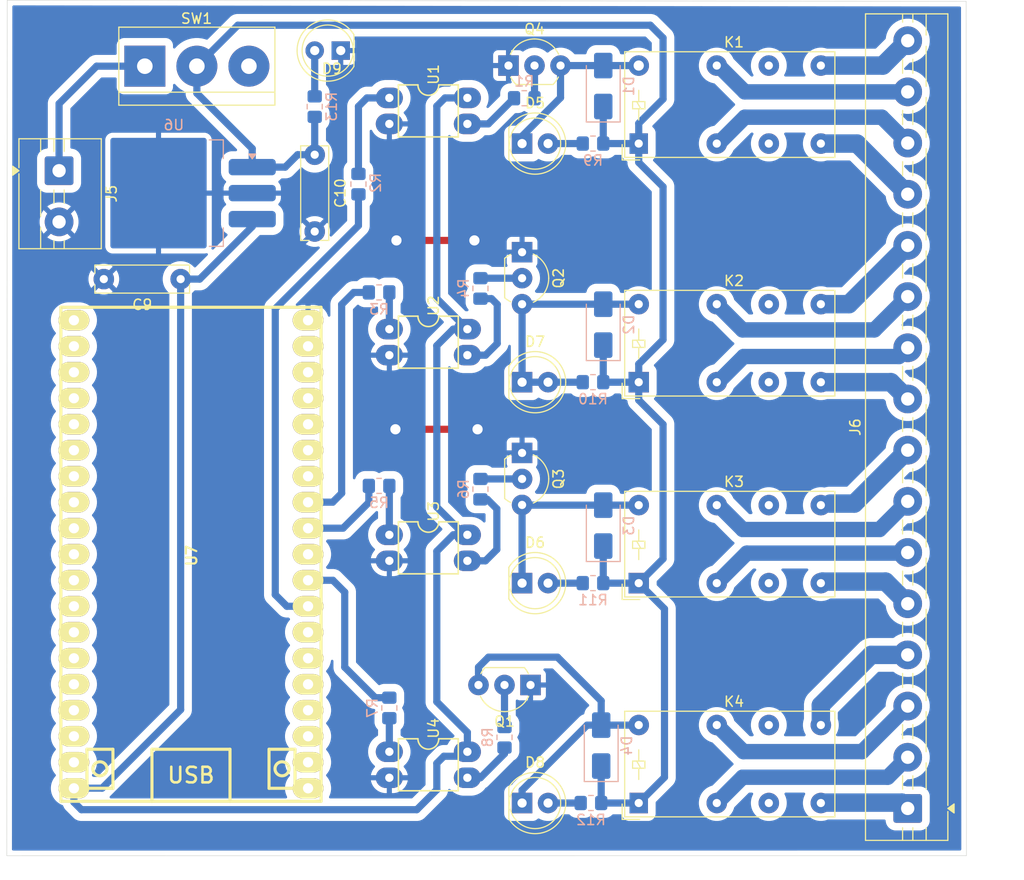
<source format=kicad_pcb>
(kicad_pcb (version 20241229) (generator "pcbnew") (generator_version "9.0")
  (layers (0 "F.Cu" signal) (2 "B.Cu" signal) (13 "F.Paste" user) (15 "B.Paste" user) (5 "F.SilkS" user "F.Silkscreen") (7 "B.SilkS" user "B.Silkscreen") (1 "F.Mask" user) (3 "B.Mask" user) (25 "Edge.Cuts" user))
  (net 0 "")
  (net 1 "GND")
  (net 2 "+5V")
  (net 3 "Net-(D1-A)")
  (net 4 "+12V")
  (net 5 "Net-(D2-A)")
  (net 6 "Net-(D3-A)")
  (net 7 "Net-(D4-A)")
  (net 8 "Net-(D5-A)")
  (net 9 "Net-(D6-A)")
  (net 10 "Net-(D7-A)")
  (net 11 "Net-(D8-A)")
  (net 12 "NC-1")
  (net 13 "NO-1")
  (net 14 "COM-1")
  (net 15 "COM-2")
  (net 16 "NC-2")
  (net 17 "NO-2")
  (net 18 "COM-3")
  (net 19 "NC-3")
  (net 20 "NO-3")
  (net 21 "NO-4")
  (net 22 "COM-4")
  (net 23 "NC-4")
  (net 24 "NO-1.1")
  (net 25 "NC-1.1")
  (net 26 "COM-1.1")
  (net 27 "COM-2.2")
  (net 28 "NO-2.2")
  (net 29 "NC-2.2")
  (net 30 "NO-3.3")
  (net 31 "NC-3.3")
  (net 32 "COM-3.3")
  (net 33 "NC-4.4")
  (net 34 "NO-4.4")
  (net 35 "COM-4.4")
  (net 36 "P19")
  (net 37 "P18")
  (net 38 "Net-(Q1-Pad2)")
  (net 39 "Net-(Q2-Pad2)")
  (net 40 "Net-(Q3-Pad2)")
  (net 41 "Net-(Q4-Pad2)")
  (net 42 "Net-(R1-Pad2)")
  (net 43 "Net-(R2-Pad2)")
  (net 44 "Net-(R3-Pad2)")
  (net 45 "Net-(R4-Pad2)")
  (net 46 "Net-(R5-Pad2)")
  (net 47 "Net-(R6-Pad2)")
  (net 48 "Net-(R7-Pad2)")
  (net 49 "Net-(R8-Pad2)")
  (net 50 "Net-(D9-A)")
  (net 51 "Net-(J1-Pin_2)")
  (net 82 "P16")
  (net 83 "P17")
  (footprint "Relay_THT:Relay_DPDT_Finder_30.22" (layer "F.Cu") (at 154.385 108.39)
    (property "Reference" "K3" (at 9.3 -9.9 0) (layer "F.SilkS"))
    (property "Value" "Relay_DPDT")
    (pad "11" thru_hole circle (at 7.62 0 90) (size 2 2) (drill 0.8) (layers "*.Cu" "*.Mask") (net 18 "COM-3"))
    (pad "12" thru_hole circle (at 12.7 0 90) (size 2 2) (drill 0.8) (layers "*.Cu" "*.Mask") (net 19 "NC-3"))
    (pad "14" thru_hole circle (at 17.78 0 90) (size 2 2) (drill 0.8) (layers "*.Cu" "*.Mask") (net 20 "NO-3"))
    (pad "21" thru_hole circle (at 7.62 -7.62 90) (size 2 2) (drill 0.8) (layers "*.Cu" "*.Mask") (net 32 "COM-3.3"))
    (pad "22" thru_hole circle (at 12.7 -7.62 90) (size 2 2) (drill 0.8) (layers "*.Cu" "*.Mask") (net 31 "NC-3.3"))
    (pad "24" thru_hole circle (at 17.78 -7.62 180) (size 2 2) (drill 0.8) (layers "*.Cu" "*.Mask") (net 30 "NO-3.3"))
    (pad "A1" thru_hole rect (at 0 0 90) (size 2 2) (drill 0.8) (layers "*.Cu" "*.Mask") (net 4 "+12V"))
    (pad "A2" thru_hole circle (at 0 -7.62 90) (size 2 2) (drill 0.8) (layers "*.Cu" "*.Mask") (net 6 "Net-(D3-A)"))
  )
  (footprint "Relay_THT:Relay_DPDT_Finder_30.22" (layer "F.Cu") (at 154.385 88.76)
    (property "Reference" "K2" (at 9.3 -9.9 0) (layer "F.SilkS"))
    (property "Value" "Relay_DPDT")
    (pad "11" thru_hole circle (at 7.62 0 90) (size 2 2) (drill 0.8) (layers "*.Cu" "*.Mask") (net 15 "COM-2"))
    (pad "12" thru_hole circle (at 12.7 0 90) (size 2 2) (drill 0.8) (layers "*.Cu" "*.Mask") (net 16 "NC-2"))
    (pad "14" thru_hole circle (at 17.78 0 90) (size 2 2) (drill 0.8) (layers "*.Cu" "*.Mask") (net 17 "NO-2"))
    (pad "21" thru_hole circle (at 7.62 -7.62 90) (size 2 2) (drill 0.8) (layers "*.Cu" "*.Mask") (net 27 "COM-2.2"))
    (pad "22" thru_hole circle (at 12.7 -7.62 90) (size 2 2) (drill 0.8) (layers "*.Cu" "*.Mask") (net 29 "NC-2.2"))
    (pad "24" thru_hole circle (at 17.78 -7.62 180) (size 2 2) (drill 0.8) (layers "*.Cu" "*.Mask") (net 28 "NO-2.2"))
    (pad "A1" thru_hole rect (at 0 0 90) (size 2 2) (drill 0.8) (layers "*.Cu" "*.Mask") (net 4 "+12V"))
    (pad "A2" thru_hole circle (at 0 -7.62 90) (size 2 2) (drill 0.8) (layers "*.Cu" "*.Mask") (net 5 "Net-(D2-A)"))
  )
  (footprint "LED_THT:LED_D5.0mm" (layer "F.Cu") (at 142.995 129.87)
    (property "Reference" "D8" (at 1.27 -3.96 0) (layer "F.SilkS"))
    (property "Value" "LED")
    (pad "1" thru_hole rect (at 0 0) (size 2 2) (drill 0.9) (layers "*.Cu" "*.Mask") (net 7 "Net-(D4-A)"))
    (pad "2" thru_hole circle (at 2.54 0) (size 2 2) (drill 0.9) (layers "*.Cu" "*.Mask" "Dwgs.User") (net 11 "Net-(D8-A)"))
  )
  (footprint "TerminalBlock:TerminalBlock_MaiXu_MX126-5.0-16P_1x16_P5.00mm" (layer "F.Cu") (at 180.645 130.4 90)
    (property "Reference" "J6" (at 37.25 -5.12 90) (layer "F.SilkS"))
    (property "Value" "Screw_Terminal_01x16" (hide yes))
    (pad "1" thru_hole roundrect (at 0 0 90) (size 2.8 2.8) (drill 1.3) (layers "*.Cu" "*.Mask") (roundrect_rratio 0.089286) (net 21 "NO-4"))
    (pad "2" thru_hole circle (at 5 0 90) (size 2.8 2.8) (drill 1.3) (layers "*.Cu" "*.Mask") (net 22 "COM-4"))
    (pad "3" thru_hole circle (at 10 0 90) (size 2.8 2.8) (drill 1.3) (layers "*.Cu" "*.Mask") (net 35 "COM-4.4"))
    (pad "4" thru_hole circle (at 15 0 90) (size 2.8 2.8) (drill 1.3) (layers "*.Cu" "*.Mask") (net 34 "NO-4.4"))
    (pad "5" thru_hole circle (at 20 0 90) (size 2.8 2.8) (drill 1.3) (layers "*.Cu" "*.Mask") (net 20 "NO-3"))
    (pad "6" thru_hole circle (at 25 0 90) (size 2.8 2.8) (drill 1.3) (layers "*.Cu" "*.Mask") (net 18 "COM-3"))
    (pad "7" thru_hole circle (at 30 0 90) (size 2.8 2.8) (drill 1.3) (layers "*.Cu" "*.Mask") (net 32 "COM-3.3"))
    (pad "8" thru_hole circle (at 35 0 90) (size 2.8 2.8) (drill 1.3) (layers "*.Cu" "*.Mask") (net 30 "NO-3.3"))
    (pad "9" thru_hole circle (at 40 0 90) (size 2.8 2.8) (drill 1.3) (layers "*.Cu" "*.Mask") (net 17 "NO-2"))
    (pad "10" thru_hole circle (at 45 0 90) (size 2.8 2.8) (drill 1.3) (layers "*.Cu" "*.Mask") (net 15 "COM-2"))
    (pad "11" thru_hole circle (at 50 0 90) (size 2.8 2.8) (drill 1.3) (layers "*.Cu" "*.Mask") (net 27 "COM-2.2"))
    (pad "12" thru_hole circle (at 55 0 90) (size 2.8 2.8) (drill 1.3) (layers "*.Cu" "*.Mask") (net 28 "NO-2.2"))
    (pad "13" thru_hole circle (at 60 0 90) (size 2.8 2.8) (drill 1.3) (layers "*.Cu" "*.Mask") (net 13 "NO-1"))
    (pad "14" thru_hole circle (at 65 0 90) (size 2.8 2.8) (drill 1.3) (layers "*.Cu" "*.Mask") (net 14 "COM-1"))
    (pad "15" thru_hole circle (at 70 0 90) (size 2.8 2.8) (drill 1.3) (layers "*.Cu" "*.Mask") (net 26 "COM-1.1"))
    (pad "16" thru_hole circle (at 75 0 90) (size 2.8 2.8) (drill 1.3) (layers "*.Cu" "*.Mask") (net 24 "NO-1.1"))
  )
  (footprint "Package_TO_SOT_THT:TO-92L_Inline_Wide" (layer "F.Cu") (at 143.82 118.34 180)
    (property "Reference" "Q1" (at 2.54 -3.56 0) (layer "F.SilkS"))
    (property "Value" "2N2222")
    (pad "1" thru_hole rect (at 0 0 180) (size 2 2) (drill 0.8) (layers "*.Cu" "*.Mask") (net 1 "GND"))
    (pad "2" thru_hole circle (at 2.54 0 180) (size 2 2) (drill 0.8) (layers "*.Cu" "*.Mask") (net 38 "Net-(Q1-Pad2)"))
    (pad "3" thru_hole circle (at 5.08 0 180) (size 2 2) (drill 0.8) (layers "*.Cu" "*.Mask") (net 7 "Net-(D4-A)"))
  )
  (footprint "LED_THT:LED_D5.0mm" (layer "F.Cu") (at 142.995 108.39)
    (property "Reference" "D6" (at 1.27 -3.96 0) (layer "F.SilkS"))
    (property "Value" "LED")
    (pad "1" thru_hole rect (at 0 0) (size 2 2) (drill 0.9) (layers "*.Cu" "*.Mask") (net 6 "Net-(D3-A)"))
    (pad "2" thru_hole circle (at 2.54 0) (size 2 2) (drill 0.9) (layers "*.Cu" "*.Mask") (net 9 "Net-(D6-A)"))
  )
  (footprint "Capacitor_THT:C_Rect_L9.0mm_W2.5mm_P7.50mm_MKT" (layer "F.Cu") (at 109.66 78.69 180)
    (property "Reference" "C9" (at 3.75 -2.5 0) (layer "F.SilkS"))
    (property "Value" "0.1uf")
    (pad "1" thru_hole circle (at 0 0 180) (size 2 2) (drill 0.8) (layers "*.Cu" "*.Mask") (net 2 "+5V"))
    (pad "2" thru_hole circle (at 7.5 0 180) (size 2 2) (drill 0.8) (layers "*.Cu" "*.Mask") (net 1 "GND"))
  )
  (footprint "LED_THT:LED_D5.0mm" (layer "F.Cu") (at 142.995 65.45)
    (property "Reference" "D5" (at 1.27 -3.96 0) (layer "F.SilkS"))
    (property "Value" "LED")
    (pad "1" thru_hole rect (at 0 0) (size 2 2) (drill 0.9) (layers "*.Cu" "*.Mask") (net 3 "Net-(D1-A)"))
    (pad "2" thru_hole circle (at 2.54 0) (size 2 2) (drill 0.9) (layers "*.Cu" "*.Mask") (net 8 "Net-(D5-A)"))
  )
  (footprint "Relay_THT:Relay_DPDT_Finder_30.22" (layer "F.Cu") (at 154.385 129.87)
    (property "Reference" "K4" (at 9.3 -9.9 0) (layer "F.SilkS"))
    (property "Value" "Relay_DPDT")
    (pad "11" thru_hole circle (at 7.62 0 90) (size 2 2) (drill 0.8) (layers "*.Cu" "*.Mask") (net 22 "COM-4"))
    (pad "12" thru_hole circle (at 12.7 0 90) (size 2 2) (drill 0.8) (layers "*.Cu" "*.Mask") (net 23 "NC-4"))
    (pad "14" thru_hole circle (at 17.78 0 90) (size 2 2) (drill 0.8) (layers "*.Cu" "*.Mask") (net 21 "NO-4"))
    (pad "21" thru_hole circle (at 7.62 -7.62 90) (size 2 2) (drill 0.8) (layers "*.Cu" "*.Mask") (net 35 "COM-4.4"))
    (pad "22" thru_hole circle (at 12.7 -7.62 90) (size 2 2) (drill 0.8) (layers "*.Cu" "*.Mask") (net 33 "NC-4.4"))
    (pad "24" thru_hole circle (at 17.78 -7.62 180) (size 2 2) (drill 0.8) (layers "*.Cu" "*.Mask") (net 34 "NO-4.4"))
    (pad "A1" thru_hole rect (at 0 0 90) (size 2 1.8) (drill 0.8) (layers "*.Cu" "*.Mask") (net 4 "+12V"))
    (pad "A2" thru_hole circle (at 0 -7.62 90) (size 2 2) (drill 0.8) (layers "*.Cu" "*.Mask") (net 7 "Net-(D4-A)"))
  )
  (footprint "Package_TO_SOT_THT:TO-92_Inline_Wide" (layer "F.Cu") (at 141.67 57.83)
    (property "Reference" "Q4" (at 2.54 -3.56 0) (layer "F.SilkS"))
    (property "Value" "2N2222")
    (pad "1" thru_hole rect (at 0 0) (size 2 2) (drill 0.8) (layers "*.Cu" "*.Mask") (net 1 "GND"))
    (pad "2" thru_hole circle (at 2.54 0) (size 2 2) (drill 0.8) (layers "*.Cu" "*.Mask") (net 41 "Net-(Q4-Pad2)"))
    (pad "3" thru_hole circle (at 5.08 0) (size 2 2) (drill 0.8) (layers "*.Cu" "*.Mask") (net 3 "Net-(D1-A)"))
  )
  (footprint "PC817:DIL04" (layer "F.Cu") (at 133.845 84.85 -90)
    (property "Reference" "U2" (at -3.561905 -0.508845 90) (layer "F.SilkS") (effects (font (size 1.001661 1.001661))))
    (property "Value" "PC817")
    (pad "1" thru_hole oval (at -1.27 3.81 270) (size 2 2.6416) (drill 0.8128) (layers "*.Cu" "*.Mask") (net 44 "Net-(R3-Pad2)"))
    (pad "2" thru_hole oval (at 1.27 3.81 270) (size 2 2.6416) (drill 0.8128) (layers "*.Cu" "*.Mask") (net 1 "GND"))
    (pad "3" thru_hole oval (at 1.27 -3.81 270) (size 2 2.6416) (drill 0.8128) (layers "*.Cu" "*.Mask") (net 45 "Net-(R4-Pad2)"))
    (pad "4" thru_hole oval (at -1.27 -3.81 270) (size 2 2.6416) (drill 0.8128) (layers "*.Cu" "*.Mask") (net 2 "+5V"))
  )
  (footprint "LED_THT:LED_D5.0mm" (layer "F.Cu") (at 125.29 56.365 180)
    (property "Reference" "D9" (at 0.87 -1.77 0) (layer "F.SilkS"))
    (property "Value" "LED")
    (pad "1" thru_hole rect (at 0 0 180) (size 1.8 1.8) (drill 0.9) (layers "*.Cu" "*.Mask") (net 1 "GND"))
    (pad "2" thru_hole circle (at 2.54 0 180) (size 1.8 1.8) (drill 0.9) (layers "*.Cu" "*.Mask") (net 50 "Net-(D9-A)"))
  )
  (footprint "PC817:DIL04" (layer "F.Cu") (at 133.845 62.26 -90)
    (property "Reference" "U1" (at -3.561905 -0.508845 90) (layer "F.SilkS") (effects (font (size 1.001661 1.001661))))
    (property "Value" "PC817")
    (pad "1" thru_hole oval (at -1.27 3.81 270) (size 2 2.6416) (drill 0.8128) (layers "*.Cu" "*.Mask") (net 43 "Net-(R2-Pad2)"))
    (pad "2" thru_hole oval (at 1.27 3.81 270) (size 2 2.6416) (drill 0.8128) (layers "*.Cu" "*.Mask") (net 1 "GND"))
    (pad "3" thru_hole oval (at 1.27 -3.81 270) (size 2 2.6416) (drill 0.8128) (layers "*.Cu" "*.Mask") (net 42 "Net-(R1-Pad2)"))
    (pad "4" thru_hole oval (at -1.27 -3.81 270) (size 2 2.6416) (drill 0.8128) (layers "*.Cu" "*.Mask") (net 2 "+5V"))
  )
  (footprint "Package_TO_SOT_THT:TO-92L_Inline_Wide" (layer "F.Cu") (at 142.995 76.06 -90)
    (property "Reference" "Q2" (at 2.54 -3.56 90) (layer "F.SilkS"))
    (property "Value" "2N2222")
    (pad "1" thru_hole rect (at 0 0 270) (size 2 2) (drill 0.8) (layers "*.Cu" "*.Mask") (net 1 "GND"))
    (pad "2" thru_hole circle (at 2.54 0 270) (size 2 2) (drill 0.8) (layers "*.Cu" "*.Mask") (net 39 "Net-(Q2-Pad2)"))
    (pad "3" thru_hole circle (at 5.08 0 270) (size 2 2) (drill 0.8) (layers "*.Cu" "*.Mask") (net 5 "Net-(D2-A)"))
  )
  (footprint "TerminalBlock:TerminalBlock_bornier-3_P5.08mm" (layer "F.Cu") (at 106.165 57.89)
    (property "Reference" "SW1" (at 5.05 -4.65 0) (layer "F.SilkS"))
    (property "Value" "SW_DPST_x2" (hide yes))
    (pad "1" thru_hole rect (at 0 0) (size 4 4) (drill 1.52) (layers "*.Cu" "*.Mask") (net 51 "Net-(J1-Pin_2)"))
    (pad "2" thru_hole circle (at 5.08 0) (size 4 4) (drill 1.52) (layers "*.Cu" "*.Mask") (net 4 "+12V"))
    (pad "3" thru_hole circle (at 10.16 0) (size 4 4) (drill 1.52) (layers "*.Cu" "*.Mask"))
  )
  (footprint "Package_TO_SOT_THT:TO-92L_Inline_Wide" (layer "F.Cu") (at 142.995 95.67 -90)
    (property "Reference" "Q3" (at 2.54 -3.56 90) (layer "F.SilkS"))
    (property "Value" "2N2222")
    (pad "1" thru_hole rect (at 0 0 270) (size 2 2) (drill 0.8) (layers "*.Cu" "*.Mask") (net 1 "GND"))
    (pad "2" thru_hole circle (at 2.54 0 270) (size 2 2) (drill 0.8) (layers "*.Cu" "*.Mask") (net 40 "Net-(Q3-Pad2)"))
    (pad "3" thru_hole circle (at 5.08 0 270) (size 2 2) (drill 0.8) (layers "*.Cu" "*.Mask") (net 6 "Net-(D3-A)"))
  )
  (footprint "Capacitor_THT:C_Rect_L9.0mm_W2.5mm_P7.50mm_MKT" (layer "F.Cu") (at 122.75 66.54 -90)
    (property "Reference" "C10" (at 3.75 -2.5 90) (layer "F.SilkS"))
    (property "Value" "0.22uf")
    (pad "1" thru_hole circle (at 0 0 270) (size 2 2) (drill 0.8) (layers "*.Cu" "*.Mask") (net 4 "+12V"))
    (pad "2" thru_hole circle (at 7.5 0 270) (size 2 2) (drill 0.8) (layers "*.Cu" "*.Mask") (net 1 "GND"))
  )
  (footprint "LED_THT:LED_D5.0mm" (layer "F.Cu") (at 142.995 88.76)
    (property "Reference" "D7" (at 1.27 -3.96 0) (layer "F.SilkS"))
    (property "Value" "LED")
    (pad "1" thru_hole rect (at 0 0) (size 2 2) (drill 0.9) (layers "*.Cu" "*.Mask") (net 5 "Net-(D2-A)"))
    (pad "2" thru_hole circle (at 2.54 0) (size 2 2) (drill 0.9) (layers "*.Cu" "*.Mask") (net 10 "Net-(D7-A)"))
  )
  (footprint "TerminalBlock:TerminalBlock_MaiXu_MX126-5.0-02P_1x02_P5.00mm" (layer "F.Cu") (at 97.7925 68.1 -90)
    (property "Reference" "J5" (at 2.25 -5.12 90) (layer "F.SilkS"))
    (property "Value" "entrada")
    (pad "1" thru_hole roundrect (at 0 0 270) (size 2.8 2.8) (drill 1.3) (layers "*.Cu" "*.Mask") (roundrect_rratio 0.089286) (net 51 "Net-(J1-Pin_2)"))
    (pad "2" thru_hole circle (at 5 0 270) (size 2.8 2.8) (drill 1.3) (layers "*.Cu" "*.Mask") (net 1 "GND"))
  )
  (footprint "PC817:DIL04" (layer "F.Cu") (at 133.845 126.1325 -90)
    (property "Reference" "U4" (at -3.561905 -0.508845 90) (layer "F.SilkS") (effects (font (size 1.001661 1.001661))))
    (property "Value" "PC817")
    (pad "1" thru_hole oval (at -1.27 3.81 270) (size 2 2.6416) (drill 0.8128) (layers "*.Cu" "*.Mask") (net 48 "Net-(R7-Pad2)"))
    (pad "2" thru_hole oval (at 1.27 3.81 270) (size 2 2.6416) (drill 0.8128) (layers "*.Cu" "*.Mask") (net 1 "GND"))
    (pad "3" thru_hole oval (at 1.27 -3.81 270) (size 2 2.6416) (drill 0.8128) (layers "*.Cu" "*.Mask") (net 49 "Net-(R8-Pad2)"))
    (pad "4" thru_hole oval (at -1.27 -3.81 270) (size 2 2.6416) (drill 0.8128) (layers "*.Cu" "*.Mask") (net 2 "+5V"))
  )
  (footprint "PC817:DIL04" (layer "F.Cu") (at 133.845 104.94 -90)
    (property "Reference" "U3" (at -3.561905 -0.508845 90) (layer "F.SilkS") (effects (font (size 1.001661 1.001661))))
    (property "Value" "PC817")
    (pad "1" thru_hole oval (at -1.27 3.81 270) (size 2 2.6416) (drill 0.8128) (layers "*.Cu" "*.Mask") (net 46 "Net-(R5-Pad2)"))
    (pad "2" thru_hole oval (at 1.27 3.81 270) (size 2 2.6416) (drill 0.8128) (layers "*.Cu" "*.Mask") (net 1 "GND"))
    (pad "3" thru_hole oval (at 1.27 -3.81 270) (size 2 2.6416) (drill 0.8128) (layers "*.Cu" "*.Mask") (net 47 "Net-(R6-Pad2)"))
    (pad "4" thru_hole oval (at -1.27 -3.81 270) (size 2 2.6416) (drill 0.8128) (layers "*.Cu" "*.Mask") (net 2 "+5V"))
  )
  (footprint "EESTN5:ESP32S" (layer "F.Cu") (at 110.67 105.57 -90)
    (property "Reference" "U7" (at 0.127 -0.0635 90) (layer "F.SilkS") (effects (font (size 1.016 1.016) (thickness 0.2032))))
    (property "Value" "ESP32_DEVKITC" (hide yes))
    (fp_text user "USB" (at 21.59 0 0) (layer "F.SilkS") (effects (font (size 1.524 1.524) (thickness 0.254))))
    (pad "1" thru_hole oval (at -22.86 11.43 270) (size 2 3) (drill 1) (layers "*.Cu" "*.Mask" "F.SilkS"))
    (pad "2" thru_hole oval (at -20.32 11.43 270) (size 2 3) (drill 1) (layers "*.Cu" "*.Mask" "F.SilkS"))
    (pad "3" thru_hole oval (at -17.78 11.43 270) (size 2 3) (drill 1) (layers "*.Cu" "*.Mask" "F.SilkS"))
    (pad "4" thru_hole oval (at -15.24 11.43 270) (size 2 3) (drill 1) (layers "*.Cu" "*.Mask" "F.SilkS"))
    (pad "5" thru_hole oval (at -12.7 11.43 270) (size 2 3) (drill 1) (layers "*.Cu" "*.Mask" "F.SilkS"))
    (pad "6" thru_hole oval (at -10.16 11.43 270) (size 2 3) (drill 1) (layers "*.Cu" "*.Mask" "F.SilkS"))
    (pad "7" thru_hole oval (at -7.62 11.43 270) (size 2 3) (drill 1) (layers "*.Cu" "*.Mask" "F.SilkS"))
    (pad "8" thru_hole oval (at -5.08 11.43 270) (size 2 3) (drill 1) (layers "*.Cu" "*.Mask" "F.SilkS"))
    (pad "9" thru_hole oval (at -2.54 11.43 270) (size 2 3) (drill 1) (layers "*.Cu" "*.Mask" "F.SilkS"))
    (pad "10" thru_hole oval (at 0 11.43 270) (size 2 3) (drill 1) (layers "*.Cu" "*.Mask" "F.SilkS"))
    (pad "11" thru_hole oval (at 2.54 11.43 270) (size 2 3) (drill 1) (layers "*.Cu" "*.Mask" "F.SilkS"))
    (pad "12" thru_hole oval (at 5.08 11.43 270) (size 2 3) (drill 1) (layers "*.Cu" "*.Mask" "F.SilkS"))
    (pad "13" thru_hole oval (at 7.62 11.43 270) (size 2 3) (drill 1) (layers "*.Cu" "*.Mask" "F.SilkS"))
    (pad "14" thru_hole oval (at 10.16 11.43 270) (size 2 3) (drill 1) (layers "*.Cu" "*.Mask" "F.SilkS"))
    (pad "15" thru_hole oval (at 12.7 11.43 270) (size 2 3) (drill 1) (layers "*.Cu" "*.Mask" "F.SilkS"))
    (pad "16" thru_hole oval (at 15.24 11.43 270) (size 2 3) (drill 1) (layers "*.Cu" "*.Mask" "F.SilkS"))
    (pad "17" thru_hole oval (at 17.78 11.43 270) (size 2 3) (drill 1) (layers "*.Cu" "*.Mask" "F.SilkS"))
    (pad "18" thru_hole oval (at 20.32 11.43 270) (size 2 3) (drill 1) (layers "*.Cu" "*.Mask" "F.SilkS"))
    (pad "19" thru_hole oval (at 22.86 11.43 270) (size 2 3) (drill 1) (layers "*.Cu" "*.Mask" "F.SilkS") (net 2 "+5V"))
    (pad "20" thru_hole oval (at 22.86 -11.43 90) (size 2 3) (drill 1) (layers "*.Cu" "*.Mask" "F.SilkS"))
    (pad "21" thru_hole oval (at 20.32 -11.43 90) (size 2 3) (drill 1) (layers "*.Cu" "*.Mask" "F.SilkS"))
    (pad "22" thru_hole oval (at 17.78 -11.43 90) (size 2 3) (drill 1) (layers "*.Cu" "*.Mask" "F.SilkS"))
    (pad "23" thru_hole oval (at 15.24 -11.43 90) (size 2 3) (drill 1) (layers "*.Cu" "*.Mask" "F.SilkS"))
    (pad "24" thru_hole oval (at 12.7 -11.43 90) (size 2 3) (drill 1) (layers "*.Cu" "*.Mask" "F.SilkS"))
    (pad "25" thru_hole oval (at 10.16 -11.43 90) (size 2 3) (drill 1) (layers "*.Cu" "*.Mask" "F.SilkS"))
    (pad "26" thru_hole oval (at 7.62 -11.43 90) (size 2 3) (drill 1) (layers "*.Cu" "*.Mask" "F.SilkS"))
    (pad "27" thru_hole oval (at 5.08 -11.43 90) (size 2 3) (drill 1) (layers "*.Cu" "*.Mask" "F.SilkS") (net 82 "P16"))
    (pad "28" thru_hole oval (at 2.54 -11.43 90) (size 2 3) (drill 1) (layers "*.Cu" "*.Mask" "F.SilkS") (net 83 "P17"))
    (pad "29" thru_hole oval (at 0 -11.43 90) (size 2 3) (drill 1) (layers "*.Cu" "*.Mask" "F.SilkS"))
    (pad "30" thru_hole oval (at -2.54 -11.43 90) (size 2 3) (drill 1) (layers "*.Cu" "*.Mask" "F.SilkS") (net 37 "P18"))
    (pad "31" thru_hole oval (at -5.08 -11.43 90) (size 2 3) (drill 1) (layers "*.Cu" "*.Mask" "F.SilkS") (net 36 "P19"))
    (pad "32" thru_hole oval (at -7.62 -11.43 90) (size 2 3) (drill 1) (layers "*.Cu" "*.Mask" "F.SilkS"))
    (pad "33" thru_hole oval (at -10.16 -11.43 90) (size 2 3) (drill 1) (layers "*.Cu" "*.Mask" "F.SilkS"))
    (pad "34" thru_hole oval (at -12.7 -11.43 90) (size 2 3) (drill 1) (layers "*.Cu" "*.Mask" "F.SilkS"))
    (pad "35" thru_hole oval (at -15.24 -11.43 90) (size 2 3) (drill 1) (layers "*.Cu" "*.Mask" "F.SilkS"))
    (pad "36" thru_hole oval (at -17.78 -11.43 90) (size 2 3) (drill 1) (layers "*.Cu" "*.Mask" "F.SilkS"))
    (pad "37" thru_hole oval (at -20.32 -11.43 90) (size 2 3) (drill 1) (layers "*.Cu" "*.Mask" "F.SilkS"))
    (pad "38" thru_hole oval (at -22.86 -11.43 90) (size 2 3) (drill 1) (layers "*.Cu" "*.Mask" "F.SilkS") (net 1 "GND"))
  )
  (footprint "Relay_THT:Relay_DPDT_Finder_30.22" (layer "F.Cu") (at 154.385 65.45)
    (property "Reference" "K1" (at 9.3 -9.9 0) (layer "F.SilkS"))
    (property "Value" "Relay_DPDT")
    (pad "11" thru_hole circle (at 7.62 0 90) (size 2 2) (drill 0.8) (layers "*.Cu" "*.Mask") (net 14 "COM-1"))
    (pad "12" thru_hole circle (at 12.7 0 90) (size 2 2) (drill 0.8) (layers "*.Cu" "*.Mask") (net 12 "NC-1"))
    (pad "14" thru_hole circle (at 17.78 0 90) (size 2 2) (drill 0.8) (layers "*.Cu" "*.Mask") (net 13 "NO-1"))
    (pad "21" thru_hole circle (at 7.62 -7.62 90) (size 2 2) (drill 0.8) (layers "*.Cu" "*.Mask") (net 26 "COM-1.1"))
    (pad "22" thru_hole circle (at 12.7 -7.62 90) (size 2 2) (drill 0.8) (layers "*.Cu" "*.Mask") (net 25 "NC-1.1"))
    (pad "24" thru_hole circle (at 17.78 -7.62 180) (size 2 2) (drill 0.8) (layers "*.Cu" "*.Mask") (net 24 "NO-1.1"))
    (pad "A1" thru_hole rect (at 0 0 90) (size 2 1.8) (drill 0.8) (layers "*.Cu" "*.Mask") (net 4 "+12V"))
    (pad "A2" thru_hole circle (at 0 -7.62 90) (size 2 2) (drill 1) (layers "*.Cu" "*.Mask") (net 3 "Net-(D1-A)"))
  )
  (footprint "Resistor_SMD:R_0805_2012Metric_Pad1.20x1.40mm_HandSolder" (layer "B.Cu") (at 138.93 79.6 -90)
    (property "Reference" "R4" (at 0 1.65 90) (layer "B.SilkS") (effects (justify mirror)))
    (property "Value" "1K")
    (pad "1" smd roundrect (at -1 0 270) (size 1.2 1.4) (layers "B.Cu" "B.Mask" "B.Paste") (roundrect_rratio 0.208333) (net 39 "Net-(Q2-Pad2)"))
    (pad "2" smd roundrect (at 1 0 270) (size 1.2 1.4) (layers "B.Cu" "B.Mask" "B.Paste") (roundrect_rratio 0.208333) (net 45 "Net-(R4-Pad2)"))
  )
  (footprint "Resistor_SMD:R_0805_2012Metric_Pad1.20x1.40mm_HandSolder" (layer "B.Cu") (at 129.035 98.89)
    (property "Reference" "R5" (at 0 1.65 0) (layer "B.SilkS") (effects (justify mirror)))
    (property "Value" "220")
    (pad "1" smd roundrect (at -1 0) (size 1.2 1.4) (layers "B.Cu" "B.Mask" "B.Paste") (roundrect_rratio 0.208333) (net 37 "P18"))
    (pad "2" smd roundrect (at 1 0) (size 1.2 1.4) (layers "B.Cu" "B.Mask" "B.Paste") (roundrect_rratio 0.208333) (net 46 "Net-(R5-Pad2)"))
  )
  (footprint "Resistor_SMD:R_0805_2012Metric_Pad1.20x1.40mm_HandSolder" (layer "B.Cu") (at 127.02 69.41 90)
    (property "Reference" "R2" (at 0.12 1.68 90) (layer "B.SilkS") (effects (justify mirror)))
    (property "Value" "220")
    (pad "1" smd roundrect (at -1 0 90) (size 1.2 1.4) (layers "B.Cu" "B.Mask" "B.Paste") (roundrect_rratio 0.208333) (net 82 "P16"))
    (pad "2" smd roundrect (at 1 0 90) (size 1.2 1.4) (layers "B.Cu" "B.Mask" "B.Paste") (roundrect_rratio 0.208333) (net 43 "Net-(R2-Pad2)"))
  )
  (footprint "Resistor_SMD:R_0805_2012Metric_Pad1.20x1.40mm_HandSolder" (layer "B.Cu") (at 149.92 108.39)
    (property "Reference" "R11" (at 0 1.65 0) (layer "B.SilkS") (effects (justify mirror)))
    (property "Value" "1k")
    (pad "1" smd roundrect (at -1 0) (size 1.2 1.4) (layers "B.Cu" "B.Mask" "B.Paste") (roundrect_rratio 0.208333) (net 9 "Net-(D6-A)"))
    (pad "2" smd roundrect (at 1 0) (size 1.2 1.4) (layers "B.Cu" "B.Mask" "B.Paste") (roundrect_rratio 0.208333) (net 4 "+12V"))
  )
  (footprint "Diode_SMD:D_SMA" (layer "B.Cu") (at 150.92 59.83 90)
    (property "Reference" "D1" (at 0 2.5 90) (layer "B.SilkS") (effects (justify mirror)))
    (property "Value" "1N4007")
    (pad "1" smd roundrect (at -2 0 90) (size 2.5 1.8) (layers "B.Cu" "B.Mask" "B.Paste") (roundrect_rratio 0.1388888889) (net 4 "+12V"))
    (pad "2" smd roundrect (at 2 0 90) (size 2.5 1.8) (layers "B.Cu" "B.Mask" "B.Paste") (roundrect_rratio 0.1388888889) (net 3 "Net-(D1-A)"))
  )
  (footprint "Resistor_SMD:R_0805_2012Metric_Pad1.20x1.40mm_HandSolder" (layer "B.Cu") (at 122.75 61.84 90)
    (property "Reference" "R13" (at 0 1.65 90) (layer "B.SilkS") (effects (justify mirror)))
    (property "Value" "470")
    (pad "1" smd roundrect (at -1 0 90) (size 1.2 1.4) (layers "B.Cu" "B.Mask" "B.Paste") (roundrect_rratio 0.208333) (net 4 "+12V"))
    (pad "2" smd roundrect (at 1 0 90) (size 1.2 1.4) (layers "B.Cu" "B.Mask" "B.Paste") (roundrect_rratio 0.208333) (net 50 "Net-(D9-A)"))
  )
  (footprint "Resistor_SMD:R_0805_2012Metric_Pad1.20x1.40mm_HandSolder" (layer "B.Cu") (at 141.28 123.45 -90)
    (property "Reference" "R8" (at 0 1.65 90) (layer "B.SilkS") (effects (justify mirror)))
    (property "Value" "1K")
    (pad "1" smd roundrect (at -1 0 270) (size 1.2 1.4) (layers "B.Cu" "B.Mask" "B.Paste") (roundrect_rratio 0.208333) (net 38 "Net-(Q1-Pad2)"))
    (pad "2" smd roundrect (at 1 0 270) (size 1.2 1.4) (layers "B.Cu" "B.Mask" "B.Paste") (roundrect_rratio 0.208333) (net 49 "Net-(R8-Pad2)"))
  )
  (footprint "Resistor_SMD:R_0805_2012Metric_Pad1.20x1.40mm_HandSolder" (layer "B.Cu") (at 149.92 65.45)
    (property "Reference" "R9" (at 0 1.65 0) (layer "B.SilkS") (effects (justify mirror)))
    (property "Value" "1k")
    (pad "1" smd roundrect (at -1 0) (size 1.2 1.4) (layers "B.Cu" "B.Mask" "B.Paste") (roundrect_rratio 0.208333) (net 8 "Net-(D5-A)"))
    (pad "2" smd roundrect (at 1 0) (size 1.2 1.4) (layers "B.Cu" "B.Mask" "B.Paste") (roundrect_rratio 0.208333) (net 4 "+12V"))
  )
  (footprint "Resistor_SMD:R_0805_2012Metric_Pad1.20x1.40mm_HandSolder" (layer "B.Cu") (at 149.72 129.87)
    (property "Reference" "R12" (at 0 1.65 0) (layer "B.SilkS") (effects (justify mirror)))
    (property "Value" "1k")
    (pad "1" smd roundrect (at -1 0) (size 1.2 1.4) (layers "B.Cu" "B.Mask" "B.Paste") (roundrect_rratio 0.208333) (net 11 "Net-(D8-A)"))
    (pad "2" smd roundrect (at 1 0) (size 1.2 1.4) (layers "B.Cu" "B.Mask" "B.Paste") (roundrect_rratio 0.208333) (net 4 "+12V"))
  )
  (footprint "Resistor_SMD:R_0805_2012Metric_Pad1.20x1.40mm_HandSolder" (layer "B.Cu") (at 149.92 88.76)
    (property "Reference" "R10" (at 0 1.65 0) (layer "B.SilkS") (effects (justify mirror)))
    (property "Value" "1k")
    (pad "1" smd roundrect (at -1 0) (size 1.2 1.4) (layers "B.Cu" "B.Mask" "B.Paste") (roundrect_rratio 0.208333) (net 10 "Net-(D7-A)"))
    (pad "2" smd roundrect (at 1 0) (size 1.2 1.4) (layers "B.Cu" "B.Mask" "B.Paste") (roundrect_rratio 0.208333) (net 4 "+12V"))
  )
  (footprint "Resistor_SMD:R_0805_2012Metric_Pad1.20x1.40mm_HandSolder" (layer "B.Cu") (at 138.93 99.21 -90)
    (property "Reference" "R6" (at 0 1.65 90) (layer "B.SilkS") (effects (justify mirror)))
    (property "Value" "1K")
    (pad "1" smd roundrect (at -1 0 270) (size 1.2 1.4) (layers "B.Cu" "B.Mask" "B.Paste") (roundrect_rratio 0.208333) (net 40 "Net-(Q3-Pad2)"))
    (pad "2" smd roundrect (at 1 0 270) (size 1.2 1.4) (layers "B.Cu" "B.Mask" "B.Paste") (roundrect_rratio 0.208333) (net 47 "Net-(R6-Pad2)"))
  )
  (footprint "Package_TO_SOT_SMD:TO-263-3_TabPin2" (layer "B.Cu") (at 109 70.29 180)
    (property "Reference" "U6" (at 0 6.65 0) (layer "B.SilkS") (effects (justify mirror)))
    (property "Value" "L7805")
    (pad "1" smd roundrect (at -7.65 2.54 180) (size 4.6 1.6) (layers "B.Cu" "B.Mask" "B.Paste") (roundrect_rratio 0.227273) (net 4 "+12V"))
    (pad "2" smd roundrect (at -7.65 0 180) (size 4.6 1.6) (layers "B.Cu" "B.Mask" "B.Paste") (roundrect_rratio 0.227273) (net 1 "GND"))
    (pad "2" smd roundrect (at 1.5 0 180) (size 9.4 10.8) (layers "B.Cu" "B.Mask") (roundrect_rratio 0.026596) (net 1 "GND"))
    (pad "3" smd roundrect (at -7.65 -2.54 180) (size 4.6 1.6) (layers "B.Cu" "B.Mask" "B.Paste") (roundrect_rratio 0.227273) (net 2 "+5V"))
  )
  (footprint "Resistor_SMD:R_0805_2012Metric_Pad1.20x1.40mm_HandSolder" (layer "B.Cu") (at 130.035 120.58 -90)
    (property "Reference" "R7" (at 0 1.65 90) (layer "B.SilkS") (effects (justify mirror)))
    (property "Value" "220")
    (pad "1" smd roundrect (at -1 0 270) (size 1.2 1.4) (layers "B.Cu" "B.Mask" "B.Paste" "Dwgs.User") (roundrect_rratio 0.208333) (net 83 "P17"))
    (pad "2" smd roundrect (at 1 0 270) (size 1.2 1.4) (layers "B.Cu" "B.Mask" "B.Paste") (roundrect_rratio 0.208333) (net 48 "Net-(R7-Pad2)"))
  )
  (footprint "Diode_SMD:D_SMA" (layer "B.Cu") (at 150.72 124.26 90)
    (property "Reference" "D4" (at 0 2.5 90) (layer "B.SilkS") (effects (justify mirror)))
    (property "Value" "1N4007")
    (pad "1" smd roundrect (at -2 0 90) (size 2.5 1.8) (layers "B.Cu" "B.Mask" "B.Paste") (roundrect_rratio 0.1388888889) (net 4 "+12V"))
    (pad "2" smd roundrect (at 2 0 90) (size 2.5 1.8) (layers "B.Cu" "B.Mask" "B.Paste") (roundrect_rratio 0.1388888889) (net 7 "Net-(D4-A)"))
  )
  (footprint "Diode_SMD:D_SMA" (layer "B.Cu") (at 150.92 83.14 90)
    (property "Reference" "D2" (at 0 2.5 90) (layer "B.SilkS") (effects (justify mirror)))
    (property "Value" "1N4007")
    (pad "1" smd roundrect (at -2 0 90) (size 2.5 1.8) (layers "B.Cu" "B.Mask" "B.Paste") (roundrect_rratio 0.1388888889) (net 4 "+12V"))
    (pad "2" smd roundrect (at 2 0 90) (size 2.5 1.8) (layers "B.Cu" "B.Mask" "B.Paste") (roundrect_rratio 0.1388888889) (net 5 "Net-(D2-A)"))
  )
  (footprint "Resistor_SMD:R_0805_2012Metric_Pad1.20x1.40mm_HandSolder" (layer "B.Cu") (at 143.21 61.02 180)
    (property "Reference" "R1" (at 0 1.65 0) (layer "B.SilkS") (effects (justify mirror)))
    (property "Value" "1K")
    (pad "1" smd roundrect (at -1 0 180) (size 1.2 1.4) (layers "B.Cu" "B.Mask" "B.Paste") (roundrect_rratio 0.208333) (net 41 "Net-(Q4-Pad2)"))
    (pad "2" smd roundrect (at 1 0 180) (size 1.2 1.4) (layers "B.Cu" "B.Mask" "B.Paste") (roundrect_rratio 0.208333) (net 42 "Net-(R1-Pad2)"))
  )
  (footprint "Resistor_SMD:R_0805_2012Metric_Pad1.20x1.40mm_HandSolder" (layer "B.Cu") (at 129.035 79.99)
    (property "Reference" "R3" (at 0 1.65 0) (layer "B.SilkS") (effects (justify mirror)))
    (property "Value" "220")
    (pad "1" smd roundrect (at -1 0) (size 1.2 1.4) (layers "B.Cu" "B.Mask" "B.Paste") (roundrect_rratio 0.208333) (net 36 "P19"))
    (pad "2" smd roundrect (at 1 0) (size 1.2 1.4) (layers "B.Cu" "B.Mask" "B.Paste") (roundrect_rratio 0.208333) (net 44 "Net-(R3-Pad2)"))
  )
  (footprint "Diode_SMD:D_SMA" (layer "B.Cu") (at 150.92 102.77 90)
    (property "Reference" "D3" (at 0 2.5 90) (layer "B.SilkS") (effects (justify mirror)))
    (property "Value" "1N4007")
    (pad "1" smd roundrect (at -2 0 90) (size 2.5 1.8) (layers "B.Cu" "B.Mask" "B.Paste") (roundrect_rratio 0.1388888889) (net 4 "+12V"))
    (pad "2" smd roundrect (at 2 0 90) (size 2.5 1.8) (layers "B.Cu" "B.Mask" "B.Paste") (roundrect_rratio 0.1388888889) (net 6 "Net-(D3-A)"))
  )
  (gr_line (start 92.69 135.0175) (end 186.38 135.01) (stroke (width 0.05)) (layer "Edge.Cuts"))
  (gr_line (start 186.35 51.56) (end 92.73 51.45) (stroke (width 0.05)) (layer "Edge.Cuts"))
  (gr_line (start 92.73 51.45) (end 92.69 135.0175) (stroke (width 0.05)) (layer "Edge.Cuts"))
  (gr_line (start 186.38 135.01) (end 186.35 51.56) (stroke (width 0.05)) (layer "Edge.Cuts"))
  (segment (start 138.65 93.36) (end 130.63 93.36) (width 0.7) (layer "F.Cu") (net 1))
  (segment (start 138.34 74.91) (end 130.73 74.91) (width 0.7) (layer "F.Cu") (net 1))
  (via (at 130.63 93.36) (size 2.5) (drill 1) (layers "F.Cu" "B.Cu") (net 1))
  (via (at 130.73 74.91) (size 2.5) (drill 1) (layers "F.Cu" "B.Cu") (net 1))
  (via (at 138.34 74.91) (size 2.5) (drill 1) (layers "F.Cu" "B.Cu") (net 1))
  (via (at 138.65 93.36) (size 2.5) (drill 1) (layers "F.Cu" "B.Cu") (net 1))
  (segment (start 136.2758 83.58) (end 137.655 83.58) (width 0.7) (layer "B.Cu") (net 2))
  (segment (start 99.24 128.42) (end 99.24 129.79) (width 0.7) (layer "B.Cu") (net 2))
  (segment (start 134.66 85.1958) (end 136.2758 83.58) (width 0.7) (layer "B.Cu") (net 2))
  (segment (start 116.65 73.56) (end 111.52 78.69) (width 0.7) (layer "B.Cu") (net 2))
  (segment (start 132.719 130.521) (end 134.67 128.57) (width 0.7) (layer "B.Cu") (net 2))
  (segment (start 136.2758 103.67) (end 137.655 103.67) (width 0.7) (layer "B.Cu") (net 2))
  (segment (start 134.67 119.98) (end 134.67 105.2758) (width 0.7) (layer "B.Cu") (net 2))
  (segment (start 134.67 80.595) (end 137.655 83.58) (width 0.7) (layer "B.Cu") (net 2))
  (segment (start 137.378737 103.67) (end 134.67 100.961263) (width 0.7) (layer "B.Cu") (net 2))
  (segment (start 134.67 105.2758) (end 136.2758 103.67) (width 0.7) (layer "B.Cu") (net 2))
  (segment (start 134.67 100.961263) (end 134.67 85.1958) (width 0.7) (layer "B.Cu") (net 2))
  (segment (start 109.66 78.69) (end 109.66 120.75) (width 0.7) (layer "B.Cu") (net 2))
  (segment (start 137.655 124.8625) (end 137.655 122.965) (width 0.7) (layer "B.Cu") (net 2))
  (segment (start 99.24 129.79) (end 99.971 130.521) (width 0.7) (layer "B.Cu") (net 2))
  (segment (start 101.99 128.42) (end 99.24 128.42) (width 0.7) (layer "B.Cu") (net 2))
  (segment (start 137.655 103.67) (end 137.378737 103.67) (width 0.7) (layer "B.Cu") (net 2))
  (segment (start 111.52 78.69) (end 109.66 78.69) (width 0.7) (layer "B.Cu") (net 2))
  (segment (start 137.655 60.99) (end 135.47 60.99) (width 0.7) (layer "B.Cu") (net 2))
  (segment (start 134.67 61.79) (end 134.67 80.595) (width 0.7) (layer "B.Cu") (net 2))
  (segment (start 134.67 125.99) (end 135.3585 125.3015) (width 0.7) (layer "B.Cu") (net 2))
  (segment (start 135.47 60.99) (end 134.67 61.79) (width 0.7) (layer "B.Cu") (net 2))
  (segment (start 135.3585 125.3015) (end 137.655 125.3015) (width 0.7) (layer "B.Cu") (net 2))
  (segment (start 137.655 125.3015) (end 137.655 124.8625) (width 0.7) (layer "B.Cu") (net 2))
  (segment (start 99.971 130.521) (end 132.719 130.521) (width 0.7) (layer "B.Cu") (net 2))
  (segment (start 116.65 72.83) (end 116.65 73.56) (width 0.7) (layer "B.Cu") (net 2))
  (segment (start 134.67 128.57) (end 134.67 125.99) (width 0.7) (layer "B.Cu") (net 2))
  (segment (start 137.655 122.965) (end 134.67 119.98) (width 0.7) (layer "B.Cu") (net 2))
  (segment (start 109.66 120.75) (end 101.99 128.42) (width 0.7) (layer "B.Cu") (net 2))
  (segment (start 142.995 64.725) (end 142.995 65.45) (width 0.7) (layer "B.Cu") (net 3))
  (segment (start 150.92 57.83) (end 146.75 57.83) (width 0.7) (layer "B.Cu") (net 3))
  (segment (start 146.75 60.97) (end 142.995 64.725) (width 0.7) (layer "B.Cu") (net 3))
  (segment (start 154.545 57.83) (end 150.92 57.83) (width 0.7) (layer "B.Cu") (net 3))
  (segment (start 146.75 57.83) (end 146.75 60.97) (width 0.7) (layer "B.Cu") (net 3))
  (segment (start 150.92 85.14) (end 150.92 88.76) (width 0.7) (layer "B.Cu") (net 4))
  (segment (start 154.395 108.39) (end 150.991 108.39) (width 0.7) (layer "B.Cu") (net 4))
  (segment (start 154.385 67.295) (end 156.76 69.67) (width 0.7) (layer "B.Cu") (net 4))
  (segment (start 156.76 106.015) (end 154.395 108.38) (width 0.7) (layer "B.Cu") (net 4))
  (segment (start 116.65 65.94) (end 116.65 67.75) (width 0.7) (layer "B.Cu") (net 4))
  (segment (start 154.385 65.29) (end 154.385 63.475) (width 0.7) (layer "B.Cu") (net 4))
  (segment (start 121.08 66.54) (end 122.75 66.54) (width 0.7) (layer "B.Cu") (net 4))
  (segment (start 156.76 61.1) (end 156.76 55.13) (width 0.7) (layer "B.Cu") (net 4))
  (segment (start 156.76 69.67) (end 156.76 84.61) (width 0.7) (layer "B.Cu") (net 4))
  (segment (start 115.245 53.89) (end 111.245 57.89) (width 0.7) (layer "B.Cu") (net 4))
  (segment (start 156.76 55.13) (end 155.52 53.89) (width 0.7) (layer "B.Cu") (net 4))
  (segment (start 111.245 57.89) (end 111.245 60.535) (width 0.7) (layer "B.Cu") (net 4))
  (segment (start 111.245 60.535) (end 116.65 65.94) (width 0.7) (layer "B.Cu") (net 4))
  (segment (start 154.385 88.76) (end 154.385 90.51) (width 0.7) (layer "B.Cu") (net 4))
  (segment (start 155.52 53.89) (end 115.245 53.89) (width 0.7) (layer "B.Cu") (net 4))
  (segment (start 150.92 88.76) (end 154.385 88.76) (width 0.7) (layer "B.Cu") (net 4))
  (segment (start 154.385 90.51) (end 156.76 92.885) (width 0.7) (layer "B.Cu") (net 4))
  (segment (start 150.92 104.77) (end 150.92 107.717976) (width 0.7) (layer "B.Cu") (net 4))
  (segment (start 156.9 127.355) (end 154.385 129.87) (width 0.7) (layer "B.Cu") (net 4))
  (segment (start 156.76 92.885) (end 156.76 106.015) (width 0.7) (layer "B.Cu") (net 4))
  (segment (start 154.385 65.61) (end 154.385 67.295) (width 0.7) (layer "B.Cu") (net 4))
  (segment (start 154.385 63.475) (end 156.76 61.1) (width 0.7) (layer "B.Cu") (net 4))
  (segment (start 116.65 67.75) (end 119.87 67.75) (width 0.7) (layer "B.Cu") (net 4))
  (segment (start 156.9 110.905) (end 156.9 127.355) (width 0.7) (layer "B.Cu") (net 4))
  (segment (start 154.395 108.38) (end 154.395 108.39) (width 0.7) (layer "B.Cu") (net 4))
  (segment (start 156.76 84.61) (end 154.385 86.985) (width 0.7) (layer "B.Cu") (net 4))
  (segment (start 154.395 108.39) (end 154.395 108.4) (width 0.7) (layer "B.Cu") (net 4))
  (segment (start 122.75 62.84) (end 122.75 66.54) (width 0.7) (layer "B.Cu") (net 4))
  (segment (start 154.385 86.985) (end 154.385 88.64) (width 0.7) (layer "B.Cu") (net 4))
  (segment (start 150.72 129.87) (end 150.72 126.26) (width 0.7) (layer "B.Cu") (net 4))
  (segment (start 119.87 67.75) (end 121.08 66.54) (width 0.7) (layer "B.Cu") (net 4))
  (segment (start 154.225 65.45) (end 154.385 65.61) (width 0.7) (layer "B.Cu") (net 4))
  (segment (start 154.395 108.4) (end 156.9 110.905) (width 0.7) (layer "B.Cu") (net 4))
  (segment (start 150.92 65.45) (end 154.225 65.45) (width 0.7) (layer "B.Cu") (net 4))
  (segment (start 154.385 129.87) (end 150.72 129.87) (width 0.7) (layer "B.Cu") (net 4))
  (segment (start 150.92 61.83) (end 150.92 65.45) (width 0.7) (layer "B.Cu") (net 4))
  (segment (start 142.995 81.14) (end 142.995 88.76) (width 0.7) (layer "B.Cu") (net 5))
  (segment (start 154.505 81.14) (end 150.92 81.14) (width 0.7) (layer "B.Cu") (net 5))
  (segment (start 150.92 81.14) (end 142.995 81.14) (width 0.7) (layer "B.Cu") (net 5))
  (segment (start 154.395 100.77) (end 150.92 100.77) (width 0.7) (layer "B.Cu") (net 6))
  (segment (start 150.92 100.77) (end 143.015 100.77) (width 0.7) (layer "B.Cu") (net 6))
  (segment (start 142.995 100.75) (end 142.995 108.31) (width 0.7) (layer "B.Cu") (net 6))
  (segment (start 143.015 100.77) (end 142.995 100.75) (width 0.7) (layer "B.Cu") (net 6))
  (segment (start 138.74 118.34) (end 138.74 116.6) (width 0.7) (layer "B.Cu") (net 7))
  (segment (start 146.45 115.62) (end 150.72 119.89) (width 0.7) (layer "B.Cu") (net 7))
  (segment (start 150.72 122.26) (end 154.375 122.26) (width 0.7) (layer "B.Cu") (net 7))
  (segment (start 142.995 129.87) (end 142.995 128.615) (width 0.7) (layer "B.Cu") (net 7))
  (segment (start 142.995 128.615) (end 149.35 122.26) (width 0.7) (layer "B.Cu") (net 7))
  (segment (start 154.375 122.26) (end 154.385 122.25) (width 0.7) (layer "B.Cu") (net 7))
  (segment (start 150.72 119.89) (end 150.72 122.26) (width 0.7) (layer "B.Cu") (net 7))
  (segment (start 138.74 116.6) (end 139.72 115.62) (width 0.7) (layer "B.Cu") (net 7))
  (segment (start 149.35 122.26) (end 150.72 122.26) (width 0.7) (layer "B.Cu") (net 7))
  (segment (start 139.72 115.62) (end 146.45 115.62) (width 0.7) (layer "B.Cu") (net 7))
  (segment (start 148.92 65.45) (end 145.535 65.45) (width 0.7) (layer "B.Cu") (net 8))
  (segment (start 148.92 108.39) (end 145.535 108.39) (width 0.7) (layer "B.Cu") (net 9))
  (segment (start 145.535 88.76) (end 148.92 88.76) (width 0.7) (layer "B.Cu") (net 10))
  (segment (start 145.9625 88.76) (end 142.5775 88.76) (width 0.7) (layer "B.Cu") (net 10))
  (segment (start 148.72 129.87) (end 145.535 129.87) (width 0.7) (layer "B.Cu") (net 11))
  (segment (start 175.695 65.45) (end 180.645 70.4) (width 1.8) (layer "B.Cu") (net 13))
  (segment (start 172.325 65.45) (end 175.695 65.45) (width 1.8) (layer "B.Cu") (net 13))
  (segment (start 178.12 62.875) (end 180.645 65.4) (width 1.5) (layer "B.Cu") (net 14))
  (segment (start 164.74 62.875) (end 178.12 62.875) (width 1.5) (layer "B.Cu") (net 14))
  (segment (start 162.165 65.45) (end 164.74 62.875) (width 1.5) (layer "B.Cu") (net 14))
  (segment (start 164.635 86.25) (end 162.125 88.76) (width 1.5) (layer "B.Cu") (net 15))
  (segment (start 179.795 86.25) (end 164.635 86.25) (width 1.5) (layer "B.Cu") (net 15))
  (segment (start 162.125 88.76) (end 162.005 88.76) (width 1.5) (layer "B.Cu") (net 15))
  (segment (start 180.645 85.4) (end 179.795 86.25) (width 1.5) (layer "B.Cu") (net 15))
  (segment (start 172.285 88.76) (end 179.005 88.76) (width 1.8) (layer "B.Cu") (net 17))
  (segment (start 179.005 88.76) (end 180.645 90.4) (width 1.8) (layer "B.Cu") (net 17))
  (segment (start 162.155 108.24) (end 162.015 108.24) (width 1.5) (layer "B.Cu") (net 18))
  (segment (start 164.935 105.46) (end 162.155 108.24) (width 1.5) (layer "B.Cu") (net 18))
  (segment (start 180.645 105.4) (end 180.585 105.46) (width 1.5) (layer "B.Cu") (net 18))
  (segment (start 180.585 105.46) (end 164.935 105.46) (width 1.5) (layer "B.Cu") (net 18))
  (segment (start 172.315 108.24) (end 178.485 108.24) (width 1.8) (layer "B.Cu") (net 20))
  (segment (start 172.165 108.39) (end 172.315 108.24) (width 1.8) (layer "B.Cu") (net 20))
  (segment (start 178.485 108.24) (end 180.645 110.4) (width 1.8) (layer "B.Cu") (net 20))
  (segment (start 180.075 129.83) (end 180.645 130.4) (width 1.8) (layer "B.Cu") (net 21))
  (segment (start 172.165 129.87) (end 172.205 129.83) (width 1.8) (layer "B.Cu") (net 21))
  (segment (start 172.205 129.83) (end 180.075 129.83) (width 1.8) (layer "B.Cu") (net 21))
  (segment (start 178.695 127.35) (end 164.525 127.35) (width 1.5) (layer "B.Cu") (net 22))
  (segment (start 164.525 127.35) (end 162.005 129.87) (width 1.5) (layer "B.Cu") (net 22))
  (segment (start 180.645 125.4) (end 178.695 127.35) (width 1.5) (layer "B.Cu") (net 22))
  (segment (start 172.325 57.83) (end 178.215 57.83) (width 1.8) (layer "B.Cu") (net 24))
  (segment (start 178.215 57.83) (end 180.645 55.4) (width 1.8) (layer "B.Cu") (net 24))
  (segment (start 164.735 60.4) (end 180.645 60.4) (width 1.5) (layer "B.Cu") (net 26))
  (segment (start 162.165 57.83) (end 164.735 60.4) (width 1.5) (layer "B.Cu") (net 26))
  (segment (start 164.515 83.65) (end 177.395 83.65) (width 1.5) (layer "B.Cu") (net 27))
  (segment (start 162.125 81.26) (end 164.515 83.65) (width 1.5) (layer "B.Cu") (net 27))
  (segment (start 162.125 81.14) (end 162.125 81.26) (width 1.5) (layer "B.Cu") (net 27))
  (segment (start 177.395 83.65) (end 180.645 80.4) (width 1.5) (layer "B.Cu") (net 27))
  (segment (start 174.905 81.14) (end 180.645 75.4) (width 1.8) (layer "B.Cu") (net 28))
  (segment (start 172.285 81.14) (end 174.905 81.14) (width 1.8) (layer "B.Cu") (net 28))
  (segment (start 175.425 100.62) (end 180.645 95.4) (width 1.8) (layer "B.Cu") (net 30))
  (segment (start 173.06 100.62) (end 175.425 100.62) (width 1.8) (layer "B.Cu") (net 30))
  (segment (start 177.895 103.15) (end 180.645 100.4) (width 1.5) (layer "B.Cu") (net 32))
  (segment (start 162.015 100.62) (end 164.545 103.15) (width 1.5) (layer "B.Cu") (net 32))
  (segment (start 164.545 103.15) (end 177.895 103.15) (width 1.5) (layer "B.Cu") (net 32))
  (segment (start 177.08 115.4) (end 180.645 115.4) (width 1.8) (layer "B.Cu") (net 34))
  (segment (start 172.165 122.25) (end 172.165 120.315) (width 1.8) (layer "B.Cu") (net 34))
  (segment (start 172.165 120.315) (end 177.08 115.4) (width 1.8) (layer "B.Cu") (net 34))
  (segment (start 176.195 124.85) (end 164.605 124.85) (width 1.5) (layer "B.Cu") (net 35))
  (segment (start 180.645 120.4) (end 176.195 124.85) (width 1.5) (layer "B.Cu") (net 35))
  (segment (start 164.605 124.85) (end 162.005 122.25) (width 1.5) (layer "B.Cu") (net 35))
  (segment (start 126.56 79.99) (end 125.38 81.17) (width 0.7) (layer "B.Cu") (net 36))
  (segment (start 124.51 100.48) (end 122.1 100.48) (width 0.7) (layer "B.Cu") (net 36))
  (segment (start 125.38 99.61) (end 124.51 100.48) (width 0.7) (layer "B.Cu") (net 36))
  (segment (start 128.035 79.99) (end 126.56 79.99) (width 0.7) (layer "B.Cu") (net 36))
  (segment (start 125.38 81.17) (end 125.38 99.61) (width 0.7) (layer "B.Cu") (net 36))
  (segment (start 125.52 103.02) (end 122.1 103.02) (width 0.7) (layer "B.Cu") (net 37))
  (segment (start 128.035 100.505) (end 125.52 103.02) (width 0.7) (layer "B.Cu") (net 37))
  (segment (start 128.035 98.89) (end 128.035 100.505) (width 0.7) (layer "B.Cu") (net 37))
  (segment (start 141.28 118.34) (end 141.28 122.45) (width 0.7) (layer "B.Cu") (net 38))
  (segment (start 142.995 78.6) (end 138.93 78.6) (width 0.7) (layer "B.Cu") (net 39))
  (segment (start 142.995 98.21) (end 138.93 98.21) (width 0.7) (layer "B.Cu") (net 40))
  (segment (start 144.21 57.83) (end 144.21 61.02) (width 0.7) (layer "B.Cu") (net 41))
  (segment (start 139.7 63.53) (end 137.655 63.53) (width 0.7) (layer "B.Cu") (net 42))
  (segment (start 142.21 61.02) (end 139.7 63.53) (width 0.7) (layer "B.Cu") (net 42))
  (segment (start 127.85 60.99) (end 127.02 61.82) (width 0.7) (layer "B.Cu") (net 43))
  (segment (start 127.02 61.82) (end 127.02 68.41) (width 0.7) (layer "B.Cu") (net 43))
  (segment (start 130.035 60.99) (end 127.85 60.99) (width 0.7) (layer "B.Cu") (net 43))
  (segment (start 130.035 79.99) (end 130.035 83.58) (width 0.7) (layer "B.Cu") (net 44))
  (segment (start 140.01 80.6) (end 140.57 81.16) (width 0.7) (layer "B.Cu") (net 45))
  (segment (start 139.43 86.12) (end 137.655 86.12) (width 0.7) (layer "B.Cu") (net 45))
  (segment (start 138.93 80.6) (end 140.01 80.6) (width 0.7) (layer "B.Cu") (net 45))
  (segment (start 140.57 81.16) (end 140.57 84.98) (width 0.7) (layer "B.Cu") (net 45))
  (segment (start 140.57 84.98) (end 139.43 86.12) (width 0.7) (layer "B.Cu") (net 45))
  (segment (start 130.035 98.89) (end 130.035 103.67) (width 0.7) (layer "B.Cu") (net 46))
  (segment (start 138.93 100.21) (end 139.61 100.21) (width 0.7) (layer "B.Cu") (net 47))
  (segment (start 140.53 101.13) (end 140.53 105.1) (width 0.7) (layer "B.Cu") (net 47))
  (segment (start 139.42 106.21) (end 137.655 106.21) (width 0.7) (layer "B.Cu") (net 47))
  (segment (start 139.61 100.21) (end 140.53 101.13) (width 0.7) (layer "B.Cu") (net 47))
  (segment (start 140.53 105.1) (end 139.42 106.21) (width 0.7) (layer "B.Cu") (net 47))
  (segment (start 130.035 121.58) (end 130.035 124.8625) (width 0.7) (layer "B.Cu") (net 48))
  (segment (start 141.28 124.45) (end 141.28 125.05) (width 0.7) (layer "B.Cu") (net 49))
  (segment (start 141.28 125.05) (end 138.9275 127.4025) (width 0.7) (layer "B.Cu") (net 49))
  (segment (start 138.9275 127.4025) (end 137.655 127.4025) (width 0.7) (layer "B.Cu") (net 49))
  (segment (start 122.75 56.365) (end 122.75 60.84) (width 0.7) (layer "B.Cu") (net 50))
  (segment (start 97.7925 68.1) (end 97.7925 61.5525) (width 0.7) (layer "B.Cu") (net 51))
  (segment (start 97.7925 61.5525) (end 101.455 57.89) (width 0.7) (layer "B.Cu") (net 51))
  (segment (start 101.455 57.89) (end 106.165 57.89) (width 0.7) (layer "B.Cu") (net 51))
  (segment (start 118.9 109.52) (end 120.03 110.65) (width 0.7) (layer "B.Cu") (net 82))
  (segment (start 127.02 73.46) (end 118.9 81.58) (width 0.7) (layer "B.Cu") (net 82))
  (segment (start 127.02 70.41) (end 127.02 73.46) (width 0.7) (layer "B.Cu") (net 82))
  (segment (start 118.9 81.58) (end 118.9 109.52) (width 0.7) (layer "B.Cu") (net 82))
  (segment (start 120.03 110.65) (end 122.1 110.65) (width 0.7) (layer "B.Cu") (net 82))
  (segment (start 125.68 116.6) (end 125.68 109.27) (width 0.7) (layer "B.Cu") (net 83))
  (segment (start 124.52 108.11) (end 122.1 108.11) (width 0.7) (layer "B.Cu") (net 83))
  (segment (start 128.66 119.58) (end 125.68 116.6) (width 0.7) (layer "B.Cu") (net 83))
  (segment (start 130.035 119.58) (end 128.66 119.58) (width 0.7) (layer "B.Cu") (net 83))
  (segment (start 125.68 109.27) (end 124.52 108.11) (width 0.7) (layer "B.Cu") (net 83))
  (zone (net 1) (net_name "GND") (layer "B.Cu") (priority 1) (connect_pads (clearance 0.7)) (min_thickness 0.25) (fill yes (thermal_gap 0.5) (thermal_bridge_width 0.5))
    (polygon (pts (xy 186.35 51.56) (xy 92.73 51.45) (xy 92.69 135.02) (xy 186.38 135.01)))
  )
)
</source>
